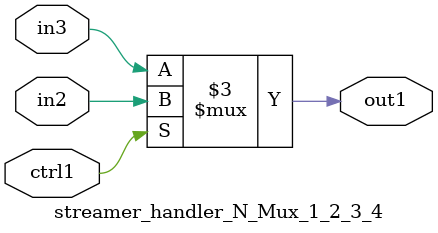
<source format=v>

`timescale 1ps / 1ps


module streamer_handler_N_Mux_1_2_3_4( in3, in2, ctrl1, out1 );

    input in3;
    input in2;
    input ctrl1;
    output out1;
    reg out1;

    
    // rtl_process:streamer_handler_N_Mux_1_2_3_4/streamer_handler_N_Mux_1_2_3_4_thread_1
    always @*
      begin : streamer_handler_N_Mux_1_2_3_4_thread_1
        case (ctrl1) 
          1'b1: 
            begin
              out1 = in2;
            end
          default: 
            begin
              out1 = in3;
            end
        endcase
      end

endmodule





</source>
